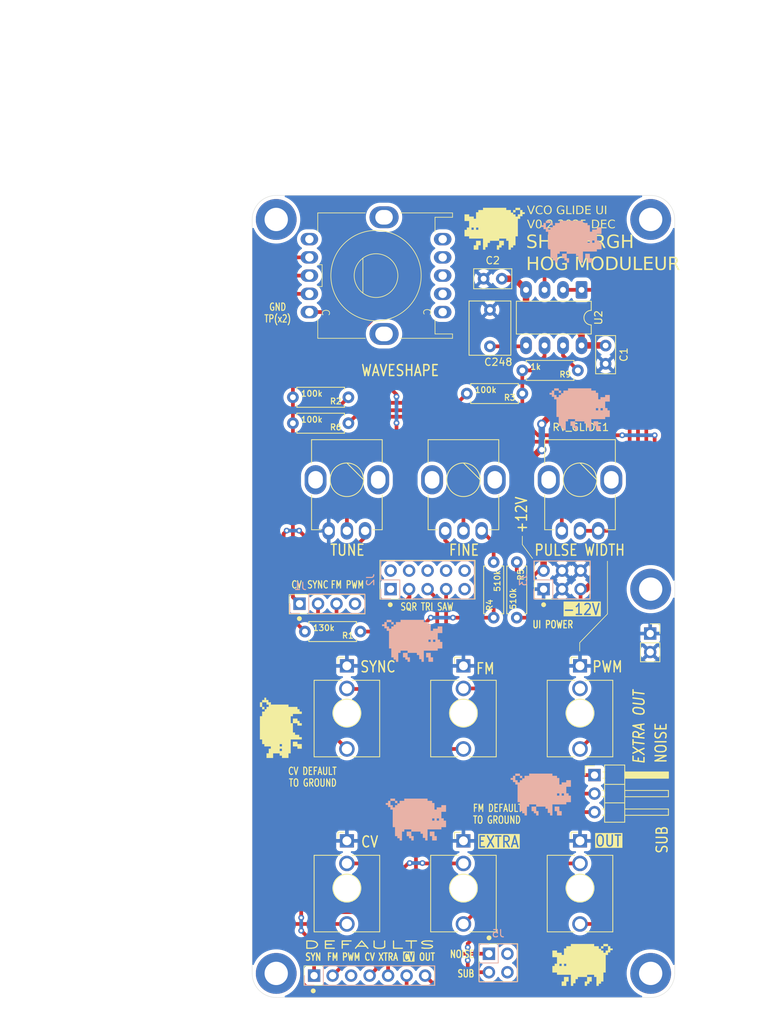
<source format=kicad_pcb>
(kicad_pcb (version 20241229) (generator "pcbnew") (generator_version "9.0")
  (layers (0 "F.Cu" signal) (2 "B.Cu" signal) (13 "F.Paste" user) (15 "B.Paste" user) (5 "F.SilkS" user "F.Silkscreen") (7 "B.SilkS" user "B.Silkscreen") (1 "F.Mask" user) (3 "B.Mask" user) (25 "Edge.Cuts" user))
  (net 0 "")
  (net 1 "HARD_SYNC")
  (net 2 "FM")
  (net 3 "CV")
  (net 4 "SQR_SHAPE")
  (net 7 "TRI")
  (net 9 "SAW")
  (net 11 "SQR")
  (net 12 "+12V")
  (net 13 "GND")
  (net 14 "-12V")
  (net 15 "NOISE")
  (net 16 "SUB")
  (net 17 "Net-(JP1-C)")
  (net 18 "CV_INPUT")
  (net 19 "EXTRA_DEFAULT")
  (net 20 "OUT_DEFAULT")
  (net 21 "Net-(J_OUT1-PadT)")
  (net 22 "Net-(R1-Pad2)")
  (net 23 "Net-(R2-Pad1)")
  (net 24 "Net-(R4-Pad2)")
  (net 25 "Net-(R5-Pad1)")
  (net 26 "Net-(R6-Pad1)")
  (net 33 "FM_DEFAULT")
  (net 34 "SYNC_DEFAULT")
  (net 35 "PWM_DEFAULT")
  (net 36 "CV_DEFAULT")
  (net 42 "Net-(U2B-+)")
  (net 43 "Net-(U2B--)")
  (net 45 "Net-(R9-Pad1)")
  (net 46 "Net-(U2A--)")
  (footprint "Shmoergh_Custom_Footprints:SR1712-0203" (layer "F.Cu") (at 141 55 -90)
    (property "Reference" "U1")
    (property "Value" "0203")
  )
  (footprint "Shmoergh_Custom_Footprints:Jack_3.5mm_QingPu_WQP-PJ398SM_Vertical_CircularHoles" (layer "F.Cu") (at 153 115)
    (property "Reference" "J_FM1")
    (property "Value" "PJ398SM")
  )
  (footprint "Connector_PinSocket_2.54mm:PinSocket_1x02_P2.54mm_Vertical" (layer "F.Cu") (at 178.635 104.091)
    (property "Reference" "J4")
    (property "Value" "Conn_01x02")
  )
  (footprint "Capacitor_THT:C_Rect_L7.2mm_W5.5mm_P5.00mm_FKS2_FKP2_MKS2_MKP2" (layer "F.Cu") (at 156.639 64.701 90)
    (property "Reference" "C248")
    (property "Value" "1u (foil or electrolite)")
  )
  (footprint "Package_DIP:DIP-8_W7.62mm_LongPads" (layer "F.Cu") (at 169.212 56.954 -90)
    (property "Reference" "U2")
    (property "Value" "TL072")
  )
  (footprint "Shmoergh_Custom_Footprints:Jack_3.5mm_QingPu_WQP-PJ398SM_Vertical_CircularHoles" (layer "F.Cu") (at 153 139)
    (property "Reference" "J_EXTRA_OUT1")
    (property "Value" "PJ398SM")
  )
  (footprint "MountingHole:MountingHole_3.2mm_M3_DIN965_Pad" (layer "F.Cu") (at 178.7 47.3)
    (property "Reference" "H2")
    (property "Value" "MountingHole")
  )
  (footprint "Shmoergh_Custom_Footprints:Jack_3.5mm_QingPu_WQP-PJ398SM_Vertical_CircularHoles" (layer "F.Cu") (at 137 139)
    (property "Reference" "J_CV1")
    (property "Value" "PJ398SM")
  )
  (footprint "MountingHole:MountingHole_3.2mm_M3_DIN965_Pad" (layer "F.Cu") (at 178.7 150.7)
    (property "Reference" "H3")
    (property "Value" "MountingHole")
  )
  (footprint "Capacitor_THT:C_Disc_D5.0mm_W2.5mm_P2.50mm" (layer "F.Cu") (at 155.77 55.43)
    (property "Reference" "C2")
    (property "Value" "100n")
  )
  (footprint "Shmoergh_Custom_Footprints:R_Axial_DIN0207_L6.3mm_D2.5mm_P7.62mm_Horizontal" (layer "F.Cu") (at 137.208 71.686 180)
    (property "Reference" "R2")
    (property "Value" "100k")
  )
  (footprint "Shmoergh_Logo:Gyeszno" (layer "F.Cu") (at 169.339 149.537)
    (property "Reference" "G***" (hide yes))
    (property "Value" "LOGO" (hide yes))
  )
  (footprint "Shmoergh_Custom_Footprints:Jack_3.5mm_QingPu_WQP-PJ398SM_Vertical_CircularHoles" (layer "F.Cu") (at 169 139)
    (property "Reference" "J_OUT1")
    (property "Value" "PJ398SM")
  )
  (footprint "MountingHole:MountingHole_3.2mm_M3_DIN965_Pad" (layer "F.Cu") (at 127.3 47.3)
    (property "Reference" "H1")
    (property "Value" "MountingHole")
  )
  (footprint "Shmoergh_Custom_Footprints:Potentiometer_Bourns_Single-PTV09A" (layer "F.Cu") (at 169 83)
    (property "Reference" "RV_GLIDE1")
    (property "Value" "100k")
  )
  (footprint "MountingHole:MountingHole_3.2mm_M3_DIN965_Pad" (layer "F.Cu") (at 127.3 150.7)
    (property "Reference" "H4")
    (property "Value" "MountingHole")
  )
  (footprint "Shmoergh_Custom_Footprints:R_Axial_DIN0207_L6.3mm_D2.5mm_P7.62mm_Horizontal" (layer "F.Cu") (at 160.322 94.292 -90)
    (property "Reference" "R5")
    (property "Value" "510k")
  )
  (footprint "Shmoergh_Logo:Gyeszno" (layer "F.Cu") (at 157.274 48.572)
    (property "Reference" "G***" (hide yes))
    (property "Value" "LOGO" (hide yes))
  )
  (footprint "Capacitor_THT:C_Disc_D5.0mm_W2.5mm_P2.50mm" (layer "F.Cu") (at 172.514 64.594 -90)
    (property "Reference" "C1")
    (property "Value" "100n")
  )
  (footprint "Shmoergh_Custom_Footprints:R_Axial_DIN0207_L6.3mm_D2.5mm_P7.62mm_Horizontal" (layer "F.Cu") (at 137.208 75.242 180)
    (property "Reference" "R6")
    (property "Value" "100k")
  )
  (footprint "Shmoergh_Custom_Footprints:Potentiometer_Bourns_Single-PTV09A" (layer "F.Cu") (at 137 83)
    (property "Reference" "RV_TUNE1")
    (property "Value" "100k")
  )
  (footprint "Shmoergh_Custom_Footprints:R_Axial_DIN0207_L6.3mm_D2.5mm_P7.62mm_Horizontal" (layer "F.Cu") (at 161.084 71.178 180)
    (property "Reference" "R3")
    (property "Value" "100k")
  )
  (footprint "Shmoergh_Custom_Footprints:Jack_3.5mm_QingPu_WQP-PJ398SM_Vertical_CircularHoles" (layer "F.Cu") (at 169 115)
    (property "Reference" "J_GLIDED_PITCH_OUT1")
    (property "Value" "PJ398SM")
  )
  (footprint "Shmoergh_Custom_Footprints:Potentiometer_Bourns_Single-PTV09A" (layer "F.Cu") (at 153 83)
    (property "Reference" "RV_FINE1")
    (property "Value" "100k")
  )
  (footprint "Shmoergh_Custom_Footprints:R_Axial_DIN0207_L6.3mm_D2.5mm_P7.62mm_Horizontal" (layer "F.Cu") (at 138.859 103.817 180)
    (property "Reference" "R1")
    (property "Value" "130k")
  )
  (footprint "Shmoergh_Custom_Footprints:R_Axial_DIN0207_L6.3mm_D2.5mm_P7.62mm_Horizontal" (layer "F.Cu") (at 168.704 68.003 180)
    (property "Reference" "R9")
    (property "Value" "1k")
  )
  (footprint "MountingHole:MountingHole_3.2mm_M3_DIN965_Pad" (layer "F.Cu") (at 178.7 98)
    (property "Reference" "H5")
    (property "Value" "MountingHole")
  )
  (footprint "Shmoergh_Custom_Footprints:R_Axial_DIN0207_L6.3mm_D2.5mm_P7.62mm_Horizontal" (layer "F.Cu") (at 157.147 101.912 90)
    (property "Reference" "R4")
    (property "Value" "510k")
  )
  (footprint "Shmoergh_Custom_Footprints:Jack_3.5mm_QingPu_WQP-PJ398SM_Vertical_CircularHoles" (layer "F.Cu") (at 137 115)
    (property "Reference" "J_SYNC1")
    (property "Value" "PJ398SM")
  )
  (footprint "Shmoergh_Logo:Gyeszno" (layer "F.Cu") (at 127.937 117.025 90)
    (property "Reference" "G***" (hide yes))
    (property "Value" "LOGO" (hide yes))
  )
  (footprint "Connector_PinHeader_2.54mm:PinHeader_1x03_P2.54mm_Horizontal" (layer "F.Cu") (at 170.99 123.502)
    (property "Reference" "JP1")
    (property "Value" "Jumper_3_Open")
  )
  (footprint "Shmoergh_Logo:Gyeszno" (layer "B.Cu") (at 146.479 129.598 180)
    (property "Reference" "G***" (hide yes))
    (property "Value" "LOGO" (hide yes))
  )
  (footprint "Connector_PinSocket_2.54mm:PinSocket_1x04_P2.54mm_Vertical" (layer "B.Cu") (at 130.5 100 -90)
    (property "Reference" "J1")
    (property "Value" "Conn_01x04")
  )
  (footprint "Connector_PinSocket_2.54mm:PinSocket_2x03_P2.54mm_Vertical" (layer "B.Cu") (at 164 98 -90)
    (property "Reference" "J3")
    (property "Value" "Conn_02x03_Odd_Even")
  )
  (footprint "Connector_PinSocket_2.54mm:PinSocket_1x07_P2.54mm_Vertical" (layer "B.Cu") (at 132.5 151 -90)
    (property "Reference" "J6")
    (property "Value" "Conn_01x07")
  )
  (footprint "Shmoergh_Logo:Gyeszno" (layer "B.Cu") (at 163.624 126.169 180)
    (property "Reference" "G***" (hide yes))
    (property "Value" "LOGO" (hide yes))
  )
  (footprint "Shmoergh_Logo:Gyeszno" (layer "B.Cu") (at 168.958 73.337 180)
    (property "Reference" "G***" (hide yes))
    (property "Value" "LOGO" (hide yes))
  )
  (footprint "Connector_PinSocket_2.54mm:PinSocket_2x02_P2.54mm_Vertical" (layer "B.Cu") (at 156.5 148 180)
    (property "Reference" "J5")
    (property "Value" "Conn_02x02_Counter_Clockwise")
  )
  (footprint "Shmoergh_Logo:Gyeszno" (layer "B.Cu") (at 167.815 50.35 180)
    (property "Reference" "G***" (hide yes))
    (property "Value" "LOGO" (hide yes))
  )
  (footprint "Connector_PinSocket_2.54mm:PinSocket_2x05_P2.54mm_Vertical" (layer "B.Cu") (at 143 98 -90)
    (property "Reference" "J2")
    (property "Value" "Conn_02x05_Odd_Even")
  )
  (footprint "Shmoergh_Logo:Gyeszno" (layer "B.Cu") (at 145.971 105.087 180)
    (property "Reference" "G***" (hide yes))
    (property "Value" "LOGO" (hide yes))
  )
  (gr_rect (start 131.112 149.664) (end 149.019 152.331) (stroke (width 0.1)) (fill no) (layer "F.SilkS"))
  (gr_circle (center 142.952981 100.134) (end 143.206981 100.261) (stroke (width 0.1)) (fill yes) (layer "F.SilkS"))
  (gr_line (start 172.768 94.165) (end 172.768 101.404) (stroke (width 0.1)) (layer "F.SilkS"))
  (gr_line (start 172.768 101.404) (end 168.958 105.341) (stroke (width 0.1)) (layer "F.SilkS"))
  (gr_rect (start 162.735 94.165) (end 170.355 99.372) (stroke (width 0.1)) (fill no) (layer "F.SilkS"))
  (gr_line (start 161.084 90.736) (end 161.084 91.879) (stroke (width 0.1)) (layer "F.SilkS"))
  (gr_rect (start 129.08 98.737) (end 139.494 101.404) (stroke (width 0.1)) (fill no) (layer "F.SilkS"))
  (gr_line (start 161.084 91.879) (end 162.481 93.784) (stroke (width 0.1)) (layer "F.SilkS"))
  (gr_rect (start 141.526 94.038) (end 154.607 99.372) (stroke (width 0.1)) (fill no) (layer "F.SilkS"))
  (gr_circle (center 132.382 153.093) (end 132.636 153.22) (stroke (width 0.1)) (fill yes) (layer "F.SilkS"))
  (gr_line (start 168.958 105.341) (end 168.958 106.484) (stroke (width 0.1)) (layer "F.SilkS"))
  (gr_circle (center 164.005 100.134) (end 164.259 100.261) (stroke (width 0.1)) (fill yes) (layer "F.SilkS"))
  (gr_rect (start 155.115 146.616) (end 160.449 151.823) (stroke (width 0.1)) (fill no) (layer "F.SilkS"))
  (gr_circle (center 156.512 145.824019) (end 156.766 145.951019) (stroke (width 0.1)) (fill yes) (layer "F.SilkS"))
  (gr_circle (center 130.477 102.039) (end 130.731 102.166) (stroke (width 0.1)) (fill yes) (layer "F.SilkS"))
  (gr_line (start 178.7 154) (end 127.3 154) (stroke (width 0.05)) (layer "Edge.Cuts"))
  (gr_arc (start 182 150.7) (mid 181.033452 153.033452) (end 178.7 154) (stroke (width 0.05)) (layer "Edge.Cuts"))
  (gr_line (start 182 47.3) (end 182 150.7) (stroke (width 0.05)) (layer "Edge.Cuts"))
  (gr_line (start 127.3 44) (end 178.7 44) (stroke (width 0.05)) (layer "Edge.Cuts"))
  (gr_line (start 124 150.7) (end 124 47.3) (stroke (width 0.05)) (layer "Edge.Cuts"))
  (gr_arc (start 124 47.3) (mid 124.966548 44.966548) (end 127.3 44) (stroke (width 0.05)) (layer "Edge.Cuts"))
  (gr_arc (start 127.3 154) (mid 124.966548 153.033452) (end 124 150.7) (stroke (width 0.05)) (layer "Edge.Cuts"))
  (gr_arc (start 178.7 44) (mid 181.033452 44.966548) (end 182 47.3) (stroke (width 0.05)) (layer "Edge.Cuts"))
  (gr_text "SHMØERGH \nHOG MODULEUR" (at 161.592 54.541 0) (layer "F.SilkS") (effects (font (size 1.8 1.8) (thickness 0.1)) (justify left bottom)))
  (gr_text "PWM" (at 138.097 97.975 0) (layer "F.SilkS") (effects (font (size 1 0.75) (thickness 0.15) (bold yes)) (justify bottom)))
  (gr_text "PWM" (at 172.768 109.532 0) (layer "F.SilkS") (effects (font (size 1.5 1.25) (thickness 0.2) (bold yes)) (justify bottom)))
  (gr_text "CV" (at 140.129 133.535 0) (layer "F.SilkS") (effects (font (size 1.5 1.25) (thickness 0.2) (bold yes)) (justify bottom)))
  (gr_text "DEFAULTS" (at 140.0655 147.378 0) (layer "F.SilkS") (effects (font (size 1 2.55) (thickness 0.17) (bold yes)) (justify bottom)))
  (gr_text "SUB" (at 153.337 151.315 0) (layer "F.SilkS") (effects (font (size 1 0.75) (thickness 0.17) (bold yes)) (justify bottom)))
  (gr_text "FM" (at 156.004 109.786 0) (layer "F.SilkS") (effects (font (size 1.5 1.25) (thickness 0.2) (bold yes)) (justify bottom)))
  (gr_text "PWM" (at 137.589 149.029 0) (layer "F.SilkS") (effects (font (size 1 0.75) (thickness 0.17) (bold yes)) (justify bottom)))
  (gr_text "CV" (at 140.129 149.029 0) (layer "F.SilkS") (effects (font (size 1 0.75) (thickness 0.17) (bold yes)) (justify bottom)))
  (gr_text "CV DEFAULT\nTO GROUND" (at 135.684 125.153 0) (layer "F.SilkS") (effects (font (size 1 0.75) (thickness 0.15) (bold yes)) (justify right bottom)))
  (gr_text "FINE" (at 153.083 93.53 0) (layer "F.SilkS") (effects (font (size 1.5 1.25) (thickness 0.2) (bold yes)) (justify bottom)))
  (gr_text "OUT" (at 148.003 149.029 0) (layer "F.SilkS") (effects (font (size 1 0.75) (thickness 0.17) (bold yes)) (justify bottom)))
  (gr_text "SUB" (at 181.14 130.36 90) (layer "F.SilkS") (effects (font (size 1.5 1.25) (thickness 0.2) (bold yes)) (justify right bottom)))
  (gr_text "PULSE WIDTH" (at 168.958 93.53 0) (layer "F.SilkS") (effects (font (size 1.5 1.25) (thickness 0.2) (bold yes)) (justify bottom)))
  (gr_text "FM" (at 135.049 149.029 0) (layer "F.SilkS") (effects (font (size 1 0.75) (thickness 0.17) (bold yes)) (justify bottom)))
  (gr_text "SQR" (at 145.5 101 0) (layer "F.SilkS") (effects (font (size 1 0.75) (thickness 0.15) (bold yes)) (justify bottom)))
  (gr_text "XTRA" (at 142.669 149.029 0) (layer "F.SilkS") (effects (font (size 1 0.75) (thickness 0.17) (bold yes)) (justify bottom)))
  (gr_text "NOISE" (at 181 121.978 90) (layer "F.SilkS") (effects (font (size 1.5 1.25) (thickness 0.2) (bold yes)) (justify left bottom)))
  (gr_text "UI POWER" (at 165.275 103.436 0) (layer "F.SilkS") (effects (font (size 1 0.75) (thickness 0.17) (bold yes)) (justify bottom)))
  (gr_text "TUNE" (at 137.081 93.53 0) (layer "F.SilkS") (effects (font (size 1.5 1.25) (thickness 0.2) (bold yes)) (justify bottom)))
  (gr_text "EXTRA OUT" (at 177.975 122.105 90) (layer "F.SilkS") (effects (font (size 1.5 1.25) (thickness 0.2) (bold yes) (italic yes)) (justify left bottom)))
  (gr_text "+12V" (at 161.846 87.815 90) (layer "F.SilkS") (effects (font (size 1.5 1.25) (thickness 0.2) (bold yes)) (justify bottom)))
  (gr_text "WAVESHAPE" (at 144.32 68.892 0) (layer "F.SilkS") (effects (font (size 1.5 1.25) (thickness 0.2) (bold yes)) (justify bottom)))
  (gr_text "OUT" (at 172.895 133.408 0) (layer "F.SilkS" knockout) (effects (font (size 1.5 1.25) (thickness 0.2) (bold yes)) (justify bottom)))
  (gr_text "SAW" (at 150.5 101 0) (layer "F.SilkS") (effects (font (size 1 0.75) (thickness 0.15) (bold yes)) (justify bottom)))
  (gr_text "EXTRA" (at 157.782 133.535 0) (layer "F.SilkS" knockout) (effects (font (size 1.5 1.25) (thickness 0.2) (bold yes)) (justify bottom)))
  (gr_text "SYNC" (at 141.272 109.532 0) (layer "F.SilkS") (effects (font (size 1.5 1.25) (thickness 0.2) (bold yes)) (justify bottom)))
  (gr_text "SYN" (at 132.382 149.029 0) (layer "F.SilkS") (effects (font (size 1 0.75) (thickness 0.17) (bold yes)) (justify bottom)))
  (gr_text "FM" (at 135.557 97.975 0) (layer "F.SilkS") (effects (font (size 1 0.75) (thickness 0.15) (bold yes)) (justify bottom)))
  (gr_text "CV" (at 145.463 149.029 0) (layer "F.SilkS" knockout) (effects (font (size 1 0.75) (thickness 0.17) (bold yes)) (justify bottom)))
  (gr_text "NOISE" (at 152.829 148.648 0) (layer "F.SilkS") (effects (font (size 1 0.75) (thickness 0.17) (bold yes)) (justify bottom)))
  (gr_text "SYNC" (at 133.017 97.975 0) (layer "F.SilkS") (effects (font (size 1 0.75) (thickness 0.15) (bold yes)) (justify bottom)))
  (gr_text "GND\nTP(x2)" (at 127.5 61.5 0) (layer "F.SilkS") (effects (font (size 1 0.75) (thickness 0.15) (bold yes)) (justify bottom)))
  (gr_text "-12V" (at 169.212 101.658 0) (layer "F.SilkS" knockout) (effects (font (size 1.5 1.25) (thickness 0.2) (bold yes)) (justify bottom)))
  (gr_text "FM DEFAULT\nTO GROUND" (at 154.226 130.233 0) (layer "F.SilkS") (effects (font (size 1 0.75) (thickness 0.15) (bold yes)) (justify left bottom)))
  (gr_text "TRI" (at 148 101 0) (layer "F.SilkS") (effects (font (size 1 0.75) (thickness 0.15) (bold yes)) (justify bottom)))
  (gr_text "VCO GLIDE UI \nV0.2 2025 DEC" (at 161.719 48.699 0) (layer "F.SilkS") (effects (font (size 1.15 1.15) (thickness 0.1)) (justify left bottom)))
  (gr_text "CV" (at 130.096 97.975 0) (layer "F.SilkS") (effects (font (size 1 0.75) (thickness 0.15) (bold yes)) (justify bottom)))
  (segment (start 133.04 115.96) (end 133.04 100) (width 0.508) (layer "F.Cu") (net 1))
  (segment (start 137 119.92) (end 133.04 115.96) (width 0.508) (layer "F.Cu") (net 1))
  (segment (start 148.358 119.92) (end 153 119.92) (width 0.508) (layer "F.Cu") (net 2))
  (segment (start 135.557 105.595) (end 136.192 106.23) (width 0.508) (layer "F.Cu") (net 2))
  (segment (start 146.606 107.881) (end 146.606 118.168) (width 0.508) (layer "F.Cu") (net 2))
  (segment (start 136.192 106.23) (end 144.955 106.23) (width 0.508) (layer "F.Cu") (net 2))
  (segment (start 135.557 104.117) (end 135.557 105.595) (width 0.508) (layer "F.Cu") (net 2))
  (segment (start 146.606 118.168) (end 148.358 119.92) (width 0.508) (layer "F.Cu") (net 2))
  (segment (start 135.58 104.094) (end 135.557 104.117) (width 0.508) (layer "F.Cu") (net 2))
  (segment (start 135.58 100) (end 135.58 104.094) (width 0.508) (layer "F.Cu") (net 2))
  (segment (start 144.955 106.23) (end 146.606 107.881) (width 0.508) (layer "F.Cu") (net 2))
  (segment (start 137.97 69.654) (end 141.78 73.464) (width 0.508) (layer "F.Cu") (net 3))
  (segment (start 151.178 73.464) (end 153.464 71.178) (width 0.508) (layer "F.Cu") (net 3))
  (segment (start 129.588 71.686) (end 129.588 75.242) (width 0.508) (layer "F.Cu") (net 3))
  (segment (start 129.588 71.686) (end 129.588 70.162) (width 0.508) (layer "F.Cu") (net 3))
  (segment (start 129.588 99.088) (end 129.588 75.242) (width 0.508) (layer "F.Cu") (net 3))
  (segment (start 129.588 70.162) (end 130.096 69.654) (width 0.508) (layer "F.Cu") (net 3))
  (segment (start 130.5 100) (end 129.588 99.088) (width 0.508) (layer "F.Cu") (net 3))
  (segment (start 141.78 73.464) (end 151.178 73.464) (width 0.508) (layer "F.Cu") (net 3))
  (segment (start 130.096 69.654) (end 137.97 69.654) (width 0.508) (layer "F.Cu") (net 3))
  (segment (start 146.225 53.144) (end 146.225 48.318) (width 0.508) (layer "F.Cu") (net 7))
  (segment (start 170.736 46.413) (end 178.102 53.779) (width 0.508) (layer "F.Cu") (net 7))
  (segment (start 136.446 62.923) (end 146.225 53.144) (width 0.508) (layer "F.Cu") (net 7))
  (segment (start 173.022 94.292) (end 173.022 101.404) (width 0.508) (layer "F.Cu") (net 7))
  (segment (start 131.85 57.5) (end 128.534 57.5) (width 0.508) (layer "F.Cu") (net 7))
  (segment (start 146.225 48.318) (end 148.13 46.413) (width 0.508) (layer "F.Cu") (net 7))
  (segment (start 148.13 46.413) (end 170.736 46.413) (width 0.508) (layer "F.Cu") (net 7))
  (segment (start 127.937 62.034) (end 128.826 62.923) (width 0.508) (layer "F.Cu") (net 7))
  (segment (start 151.559 105.976) (end 149.4 103.817) (width 0.508) (layer "F.Cu") (net 7))
  (segment (start 149.4 103.817) (end 149.4 99.36) (width 0.508) (layer "F.Cu") (net 7))
  (segment (start 173.022 101.404) (end 168.45 105.976) (width 0.508) (layer "F.Cu") (net 7))
  (segment (start 127.937 58.097) (end 127.937 62.034) (width 0.508) (layer "F.Cu") (net 7))
  (segment (start 128.826 62.923) (end 136.446 62.923) (width 0.508) (layer "F.Cu") (net 7))
  (segment (start 178.102 53.779) (end 178.102 89.212) (width 0.508) (layer "F.Cu") (net 7))
  (segment (start 128.534 57.5) (end 127.937 58.097) (width 0.508) (layer "F.Cu") (net 7))
  (segment (start 178.102 89.212) (end 173.022 94.292) (width 0.508) (layer "F.Cu") (net 7))
  (segment (start 149.4 99.36) (end 148.08 98.04) (width 0.508) (layer "F.Cu") (net 7))
  (segment (start 168.45 105.976) (end 151.559 105.976) (width 0.508) (layer "F.Cu") (net 7))
  (segment (start 126.286 56.192) (end 126.286 63.304) (width 0.508) (layer "F.Cu") (net 9))
  (segment (start 131.85 55) (end 127.478 55) (width 0.508) (layer "F.Cu") (net 9))
  (segment (start 176.959 54.414) (end 176.959 88.831) (width 0.508) (layer "F.Cu") (net 9))
  (segment (start 127.478 55) (end 126.286 56.192) (width 0.508) (layer "F.Cu") (net 9))
  (segment (start 152.194 104.96) (end 150.62 103.386) (width 0.508) (layer "F.Cu") (net 9))
  (segment (start 172.133 93.657) (end 172.133 100.642) (width 0.508) (layer "F.Cu") (net 9))
  (segment (start 127.429 64.447) (end 137.081 64.447) (width 0.508) (layer "F.Cu") (net 9))
  (segment (start 150.62 103.386) (end 150.62 98.04) (width 0.508) (layer "F.Cu") (net 9))
  (segment (start 170.355 47.81) (end 176.959 54.414) (width 0.508) (layer "F.Cu") (net 9))
  (segment (start 126.286 63.304) (end 127.429 64.447) (width 0.508) (layer "F.Cu") (net 9))
  (segment (start 147.495 54.033) (end 147.495 48.953) (width 0.508) (layer "F.Cu") (net 9))
  (segment (start 172.133 100.642) (end 167.815 104.96) (width 0.508) (layer "F.Cu") (net 9))
  (segment (start 148.638 47.81) (end 170.355 47.81) (width 0.508) (layer "F.Cu") (net 9))
  (segment (start 137.081 64.447) (end 147.495 54.033) (width 0.508) (layer "F.Cu") (net 9))
  (segment (start 147.495 48.953) (end 148.638 47.81) (width 0.508) (layer "F.Cu") (net 9))
  (segment (start 176.959 88.831) (end 172.133 93.657) (width 0.508) (layer "F.Cu") (net 9))
  (segment (start 167.815 104.96) (end 152.194 104.96) (width 0.508) (layer "F.Cu") (net 9))
  (segment (start 143.812 75.207) (end 143.812 91.117) (width 0.508) (layer "F.Cu") (net 11))
  (segment (start 126.286 65.971) (end 125.016 64.701) (width 0.508) (layer "F.Cu") (net 11))
  (segment (start 140.891 93.022) (end 141.907 93.022) (width 0.508) (layer "F.Cu") (net 11))
  (segment (start 141.399 100.261) (end 140.256 99.118) (width 0.508) (layer "F.Cu") (net 11))
  (segment (start 145.59 98.09) (end 145.59 99.118) (width 0.508) (layer "F.Cu") (net 11))
  (segment (start 141.907 93.022) (end 143.812 91.117) (width 0.508) (layer "F.Cu") (net 11))
  (segment (start 126.422 52.5) (end 131.85 52.5) (width 0.508) (layer "F.Cu") (net 11))
  (segment (start 145.54 98.04) (end 145.59 98.09) (width 0.508) (layer "F.Cu") (net 11))
  (segment (start 125.016 53.906) (end 126.422 52.5) (width 0.508) (layer "F.Cu") (net 11))
  (segment (start 138.478 65.971) (end 126.286 65.971) (width 0.508) (layer "F.Cu") (net 11))
  (segment (start 125.016 64.701) (end 125.016 53.906) (width 0.508) (layer "F.Cu") (net 11))
  (segment (start 144.447 100.261) (end 141.399 100.261) (width 0.508) (layer "F.Cu") (net 11))
  (segment (start 140.256 99.118) (end 140.256 93.657) (width 0.508) (layer "F.Cu") (net 11))
  (segment (start 140.256 93.657) (end 140.891 93.022) (width 0.508) (layer "F.Cu") (net 11))
  (segment (start 143.812 71.305) (end 138.478 65.971) (width 0.508) (layer "F.Cu") (net 11))
  (segment (start 145.59 99.118) (end 144.447 100.261) (width 0.508) (layer "F.Cu") (net 11))
  (segment (start 143.812 71.594) (end 143.812 71.305) (width 0.508) (layer "F.Cu") (net 11))
  (via (at 143.812 75.207) (size 0.8) (drill 0.4) (layers "F.Cu" "B.Cu") (net 11))
  (via (at 143.812 71.594) (size 0.8) (drill 0.4) (layers "F.Cu" "B.Cu") (net 11))
  (segment (start 143.812 71.594) (end 143.812 75.207) (width 0.508) (layer "B.Cu") (net 11))
  (segment (start 154.099 63.304) (end 155.75 61.653) (width 0.889) (layer "F.Cu") (net 12))
  (segment (start 167.815 61.653) (end 169.212 63.05) (width 0.889) (layer "F.Cu") (net 12))
  (segment (start 158.163 99.118) (end 157.147 100.134) (width 0.508) (layer "F.Cu") (net 12))
  (segment (start 172.494 64.574) (end 172.514 64.594) (width 0.889) (layer "F.Cu") (net 12))
  (segment (start 156.893 77.528) (end 156.893 71.178) (width 0.889) (layer "F.Cu") (net 12))
  (segment (start 146.606 103.817) (end 138.859 103.817) (width 0.508) (layer "F.Cu") (net 12))
  (segment (start 154.099 68.384) (end 154.099 63.304) (width 0.889) (layer "F.Cu") (net 12))
  (segment (start 160.449 89.72) (end 160.449 81.084) (width 0.889) (layer "F.Cu") (net 12))
  (segment (start 164 95.46) (end 163.345 95.46) (width 0.508) (layer "F.Cu") (net 12))
  (segment (start 157.147 100.134) (end 157.147 101.912) (width 0.508) (layer "F.Cu") (net 12))
  (segment (start 163.345 95.46) (end 159.687 99.118) (width 0.508) (layer "F.Cu") (net 12))
  (segment (start 159.687 99.118) (end 158.163 99.118) (width 0.508) (layer "F.Cu") (net 12))
  (segment (start 164 95.46) (end 164 93.271) (width 0.889) (layer "F.Cu") (net 12))
  (segment (start 155.75 61.653) (end 167.815 61.653) (width 0.889) (layer "F.Cu") (net 12))
  (segment (start 156.893 71.178) (end 154.099 68.384) (width 0.889) (layer "F.Cu") (net 12))
  (segment (start 169.212 64.574) (end 172.494 64.574) (width 0.889) (layer "F.Cu") (net 12))
  (segment (start 164 93.271) (end 160.449 89.72) (width 0.889) (layer "F.Cu") (net 12))
  (segment (start 160.449 81.084) (end 156.893 77.528) (width 0.889) (layer "F.Cu") (net 12))
  (segment (start 151.559 101.912) (end 157.147 101.912) (width 0.508) (layer "F.Cu") (net 12))
  (segment (start 169.232 64.594) (end 169.212 64.574) (width 0.508) (layer "F.Cu") (net 12))
  (segment (start 169.212 63.05) (end 169.212 64.574) (width 0.889) (layer "F.Cu") (net 12))
  (segment (start 148.511 101.912) (end 146.606 103.817) (width 0.508) (layer "F.Cu") (net 12))
  (via (at 151.559 101.912) (size 0.8) (drill 0.4) (layers "F.Cu" "B.Cu") (net 12))
  (via (at 148.511 101.912) (size 0.8) (drill 0.4) (layers "F.Cu" "B.Cu") (net 12))
  (segment (start 148.511 101.912) (end 151.559 101.912) (width 0.508) (layer "B.Cu") (net 12))
  (segment (start 162.354 59.748) (end 161.592 58.986) (width 0.889) (layer "F.Cu") (net 14))
  (segment (start 160.322 101.912) (end 167.307 101.912) (width 0.508) (layer "F.Cu") (net 14))
  (segment (start 163.551 78.871) (end 163.751 78.871) (width 0.889) (layer "F.Cu") (net 14))
  (segment (start 167.307 101.912) (end 169.08 100.139) (width 0.508) (layer "F.Cu") (net 14))
  (segment (start 169.822 98) (end 170.863 96.959) (width 0.889) (layer "F.Cu") (net 14))
  (segment (start 160.068 55.43) (end 158.27 55.43) (width 0.889) (layer "F.Cu") (net 14))
  (segment (start 161.973 89.212) (end 161.973 81.338) (width 0.889) (layer "F.Cu") (net 14))
  (segment (start 161.973 80.449) (end 163.551 78.871) (width 0.889) (layer "F.Cu") (net 14))
  (segment (start 169.08 98) (end 169.822 98) (width 0.889) (layer "F.Cu") (net 14))
  (segment (start 161.592 58.986) (end 161.592 56.954) (width 0.889) (layer "F.Cu") (net 14))
  (segment (start 174.546 62.288) (end 172.006 59.748) (width 0.889) (layer "F.Cu") (net 14))
  (segment (start 166.164 72.956) (end 171.244 72.956) (width 0.889) (layer "F.Cu") (net 14))
  (segment (start 170.863 96.959) (end 170.863 94.292) (width 0.889) (layer "F.Cu") (net 14))
  (segment (start 169.08 100.139) (end 169.08 98) (width 0.508) (layer "F.Cu") (net 14))
  (segment (start 170.736 94.165) (end 169.339 92.768) (width 0.889) (layer "F.Cu") (net 14))
  (segment (start 171.244 72.956) (end 174.546 69.654) (width 0.889) (layer "F.Cu") (net 14))
  (segment (start 163.751 75.369) (end 166.164 72.956) (width 0.889) (layer "F.Cu") (net 14))
  (segment (start 172.006 59.748) (end 162.354 59.748) (width 0.889) (layer "F.Cu") (net 14))
  (segment (start 174.546 69.654) (end 174.546 62.288) (width 0.889) (layer "F.Cu") (net 14))
  (segment (start 169.339 92.768) (end 165.529 92.768) (width 0.889) (layer "F.Cu") (net 14))
  (segment (start 161.973 81.338) (end 161.973 80.449) (width 0.889) (layer "F.Cu") (net 14))
  (segment (start 161.592 56.954) (end 160.068 55.43) (width 0.889) (layer "F.Cu") (net 14))
  (segment (start 170.863 94.292) (end 170.736 94.165) (width 0.889) (layer "F.Cu") (net 14))
  (segment (start 165.529 92.768) (end 161.973 89.212) (width 0.889) (layer "F.Cu") (net 14))
  (via (at 163.751 78.871) (size 1.27) (drill 0.75) (layers "F.Cu" "B.Cu") (net 14))
  (via (at 163.751 75.369) (size 1.27) (drill 0.75) (layers "F.Cu" "B.Cu") (net 14))
  (segment (start 163.751 78.871) (end 163.751 75.369) (width 0.889) (layer "B.Cu") (net 14))
  (segment (start 148.257 129.471) (end 146.479 131.249) (width 0.508) (layer "F.Cu") (net 15))
  (segment (start 162.862 123.502) (end 156.893 129.471) (width 0.508) (layer "F.Cu") (net 15))
  (segment (start 156.893 129.471) (end 148.257 129.471) (width 0.508) (layer "F.Cu") (net 15))
  (segment (start 146.479 146.108) (end 148.384 148.013) (width 0.508) (layer "F.Cu") (net 15))
  (segment (start 170.99 123.502) (end 162.862 123.502) (width 0.508) (layer "F.Cu") (net 15))
  (segment (start 150.67 148.013) (end 150.683 148) (width 0.508) (layer "F.Cu") (net 15))
  (segment (start 146.479 131.249) (end 146.479 146.108) (width 0.508) (layer "F.Cu") (net 15))
  (segment (start 148.384 148.013) (end 150.67 148.013) (width 0.508) (layer "F.Cu") (net 15))
  (segment (start 150.683 148) (end 156.46 148) (width 0.508) (layer "F.Cu") (net 15))
  (segment (start 161.592 131.63) (end 161.592 142.933) (width 0.508) (layer "F.Cu") (net 16))
  (segment (start 160.322 144.203) (end 158.798 145.727) (width 0.508) (layer "F.Cu") (net 16))
  (segment (start 153.591 148.902) (end 153.591 149.918) (width 0.508) (layer "F.Cu") (net 16))
  (segment (start 164.64 128.582) (end 161.592 131.63) (width 0.508) (layer "F.Cu") (net 16))
  (segment (start 153.591 149.918) (end 154.226 150.553) (width 0.508) (layer "F.Cu") (net 16))
  (segment (start 170.99 128.582) (end 164.64 128.582) (width 0.508) (layer "F.Cu") (net 16))
  (segment (start 154.239 150.54) (end 156.5 150.54) (width 0.508) (layer "F.Cu") (net 16))
  (segment (start 154.48 145.727) (end 153.591 146.616) (width 0.508) (layer "F.Cu") (net 16))
  (segment (start 153.591 146.616) (end 153.591 147.124) (width 0.508) (layer "F.Cu") (net 16))
  (segment (start 154.226 150.553) (end 154.239 150.54) (width 0.508) (layer "F.Cu") (net 16))
  (segment (start 161.592 142.933) (end 160.322 144.203) (width 0.508) (layer "F.Cu") (net 16))
  (segment (start 158.798 145.727) (end 154.48 145.727) (width 0.508) (layer "F.Cu") (net 16))
  (via (at 153.591 148.902) (size 0.8) (drill 0.4) (layers "F.Cu" "B.Cu") (net 16))
  (via (at 153.591 147.124) (size 0.8) (drill 0.4) (layers "F.Cu" "B.Cu") (net 16))
  (segment (start 153.591 147.124) (end 153.591 148.902) (width 0.508) (layer "B.Cu") (net 16))
  (segment (start 163.878 126.042) (end 170.99 126.042) (width 0.508) (layer "F.Cu") (net 17))
  (segment (start 158.036 138.884) (end 158.036 131.884) (width 0.508) (layer "F.Cu") (net 17))
  (segment (start 158.036 131.884) (end 163.878 126.042) (width 0.508) (layer "F.Cu") (net 17))
  (segment (start 153 143.92) (end 158.036 138.884) (width 0.508) (layer "F.Cu") (net 17))
  (segment (start 128.191 68.638) (end 138.478 68.638) (width 0.508) (layer "F.Cu") (net 18))
  (segment (start 126.159 70.67) (end 128.191 68.638) (width 0.508) (layer "F.Cu") (net 18))
  (segment (start 138.478 68.638) (end 142.288 72.448) (width 0.508) (layer "F.Cu") (net 18))
  (segment (start 130.858 147.505) (end 128.924 145.571) (width 0.508) (layer "F.Cu") (net 18))
  (segment (start 142.288 72.448) (end 149.4 72.448) (width 0.508) (layer "F.Cu") (net 18))
  (segment (start 162.1 52.382) (end 164.132 54.414) (width 0.508) (layer "F.Cu") (net 18))
  (segment (start 152.829 69.019) (end 152.829 54.033) (width 0.508) (layer "F.Cu") (net 18))
  (segment (start 152.829 54.033) (end 154.48 52.382) (width 0.508) (layer "F.Cu") (net 18))
  (segment (start 126.159 141.155) (end 126.159 70.67) (width 0.508) (layer "F.Cu") (net 18))
  (segment (start 130.858 151.968) (end 130.858 147.505) (width 0.508) (layer "F.Cu") (net 18))
  (segment (start 154.48 52.382) (end 162.1 52.382) (width 0.508) (layer "F.Cu") (net 18))
  (segment (start 144.447 153.093) (end 131.983 153.093) (width 0.508) (layer "F.Cu") (net 18))
  (segment (start 131.983 153.093) (end 130.858 151.968) (width 0.508) (layer "F.Cu") (net 18))
  (segment (start 164.132 54.414) (end 164.132 56.954) (width 0.508) (layer "F.Cu") (net 18))
  (segment (start 145.2 152.34) (end 144.447 153.093) (width 0.508) (layer "F.Cu") (net 18))
  (segment (start 128.924 143.92) (end 137 143.92) (width 0.508) (layer "F.Cu") (net 18))
  (segment (start 128.924 143.92) (end 126.159 141.155) (width 0.508) (layer "F.Cu") (net 18))
  (segment (start 149.4 72.448) (end 152.829 69.019) (width 0.508) (layer "F.Cu") (net 18))
  (segment (start 145.2 151) (end 145.2 152.34) (width 0.508) (layer "F.Cu") (net 18))
  (segment (start 128.924 145.571) (end 128.924 143.92) (width 0.508) (layer "F.Cu") (net 18))
  (segment (start 142.66 138.37) (end 142.66 151) (width 0.508) (layer "F.Cu") (net 19))
  (segment (start 145.463 135.567) (end 142.66 138.37) (width 0.508) (layer "F.Cu") (net 19))
  (segment (start 147.368 135.567) (end 147.421 135.62) (width 0.508) (layer "F.Cu") (net 19))
  (segment (start 145.625 135.567) (end 145.463 135.567) (width 0.508) (layer "F.Cu") (net 19))
  (segment (start 147.421 135.62) (end 153 135.62) (width 0.508) (layer "F.Cu") (net 19))
  (via (at 145.625 135.567) (size 0.8) (drill 0.4) (layers "F.Cu" "B.Cu") (net 19))
  (via (at 147.368 135.567) (size 0.8) (drill 0.4) (layers "F.Cu" "B.Cu") (net 19))
  (segment (start 145.625 135.567) (end 147.368 135.567) (width 0.508) (layer "B.Cu") (net 19))
  (segment (start 147.74 151) (end 148.944 152.204) (width 0.508) (layer "F.Cu") (net 20))
  (segment (start 166.238 135.62) (end 169 135.62) (width 0.508) (layer "F.Cu") (net 20))
  (segment (start 164.259 137.599) (end 166.238 135.62) (width 0.508) (layer "F.Cu") (net 20))
  (segment (start 164.259 151.061) (end 164.259 137.599) (width 0.508) (layer "F.Cu") (net 20))
  (segment (start 148.944 152.204) (end 163.116 152.204) (width 0.508) (layer "F.Cu") (net 20))
  (segment (start 163.116 152.204) (end 164.259 151.061) (width 0.508) (layer "F.Cu") (net 20))
  (segment (start 180.388 54.541) (end 180.388 90.228) (width 0.508) (layer "F.Cu") (net 21))
  (segment (start 144.701 48.445) (end 148.003 45.143) (width 0.508) (layer "F.Cu") (net 21))
  (segment (start 148.003 45.143) (end 170.99 45.143) (width 0.508) (layer "F.Cu") (net 21))
  (segment (start 180.388 90.228) (end 174.927 95.689) (width 0.508) (layer "F.Cu") (net 21))
  (segment (start 137.083 60) (end 144.701 52.382) (width 0.508) (layer "F.Cu") (net 21))
  (segment (start 170.99 45.143) (end 180.388 54.541) (width 0.508) (layer "F.Cu") (net 21))
  (segment (start 131.85 60) (end 137.083 60) (width 0.508) (layer "F.Cu") (net 21))
  (segment (start 144.701 52.382) (end 144.701 48.445) (width 0.508) (layer "F.Cu") (net 21))
  (segment (start 174.927 140.52) (end 171.527 143.92) (width 0.508) (layer "F.Cu") (net 21))
  (segment (start 171.527 143.92) (end 169 143.92) (width 0.508) (layer "F.Cu") (net 21))
  (segment (start 174.927 95.689) (end 174.927 140.52) (width 0.508) (layer "F.Cu") (net 21))
  (segment (start 131.112 92.514) (end 131.874 93.276) (width 0.508) (layer "F.Cu") (net 22))
  (segment (start 139.5 90.857) (end 139.5 90) (width 0.508) (layer "F.Cu") (net 22))
  (segment (start 128.318 100.896) (end 131.239 103.817) (width 0.508) (layer "F.Cu") (net 22))
  (segment (start 128.734 89.974) (end 128.318 90.39) (width 0.508) (layer "F.Cu") (net 22))
  (segment (start 131.874 93.276) (end 137.081 93.276) (width 0.508) (layer "F.Cu") (net 22))
  (segment (start 137.081 93.276) (end 139.5 90.857) (width 0.508) (layer "F.Cu") (net 22))
  (segment (start 131.112 90.644) (end 131.112 92.514) (width 0.508) (layer "F.Cu") (net 22))
  (segment (start 130.442 89.974) (end 131.112 90.644) (width 0.508) (layer "F.Cu") (net 22))
  (segment (start 128.318 90.39) (end 128.318 100.896) (width 0.508) (layer "F.Cu") (net 22))
  (via (at 130.442 89.974) (size 0.8) (drill 0.4) (layers "F.Cu" "B.Cu") (net 22))
  (via (at 128.734 89.974) (size 0.8) (drill 0.4) (layers "F.Cu" "B.Cu") (net 22))
  (segment (start 128.734 89.974) (end 130.442 89.974) (width 0.508) (layer "B.Cu") (net 22))
  (segment (start 137.208 71.686) (end 135.176 73.718) (width 0.508) (layer "F.Cu") (net 23))
  (segment (start 135.176 79.306) (end 137 81.13) (width 0.508) (layer "F.Cu") (net 23))
  (segment (start 137 81.13) (end 137 90) (width 0.508) (layer "F.Cu") (net 23))
  (segment (start 137 90) (end 136.954 89.954) (width 0.508) (layer "F.Cu") (net 23))
  (segment (start 135.176 73.718) (end 135.176 79.306) (width 0.508) (layer "F.Cu") (net 23))
  (segment (start 137.589 71.305) (end 137.208 71.686) (width 0.508) (layer "F.Cu") (net 23))
  (segment (start 157.147 91.647) (end 155.5 90) (width 0.508) (layer "F.Cu") (net 24))
  (segment (start 157.147 94.292) (end 157.147 91.647) (width 0.508) (layer "F.Cu") (net 24))
  (segment (start 155.242 94.165) (end 153.591 92.514) (width 0.508) (layer "F.Cu") (net 25))
  (segment (start 150.5 91.328) (end 150.5 90) (width 0.508) (layer "F.Cu") (net 25))
  (segment (start 155.242 95.943) (end 155.242 94.165) (width 0.508) (layer "F.Cu") (net 25))
  (segment (start 160.322 94.292) (end 160.322 95.816) (width 0.508) (layer "F.Cu") (net 25))
  (segment (start 156.131 96.832) (end 155.242 95.943) (width 0.508) (layer "F.Cu") (net 25))
  (segment (start 160.322 95.816) (end 159.306 96.832) (width 0.508) (layer "F.Cu") (net 25))
  (segment (start 151.686 92.514) (end 150.5 91.328) (width 0.508) (layer "F.Cu") (net 25))
  (segment (start 159.306 96.832) (end 156.131 96.832) (width 0.508) (layer "F.Cu") (net 25))
  (segment (start 153.591 92.514) (end 151.686 92.514) (width 0.508) (layer "F.Cu") (net 25))
  (segment (start 137.208 75.242) (end 138.097 74.353) (width 0.508) (layer "F.Cu") (net 26))
  (segment (start 144.828 74.353) (end 146.098 75.623) (width 0.508) (layer "F.Cu") (net 26))
  (segment (start 147.368 87.561) (end 152.448 87.561) (width 0.508) (layer "F.Cu") (net 26))
  (segment (start 138.097 74.353) (end 144.828 74.353) (width 0.508) (layer "F.Cu") (net 26))
  (segment (start 146.098 75.623) (end 146.098 86.291) (width 0.508) (layer "F.Cu") (net 26))
  (segment (start 153 88.113) (end 153 90) (width 0.508) (layer "F.Cu") (net 26))
  (segment (start 152.448 87.561) (end 153 88.113) (width 0.508) (layer "F.Cu") (net 26))
  (segment (start 146.098 86.291) (end 147.368 87.561) (width 0.508) (layer "F.Cu") (net 26))
  (segment (start 155.044 111.62) (end 153 111.62) (width 0.508) (layer "F.Cu") (net 33))
  (segment (start 132.89 140.774) (end 132.89 129.217) (width 0.508) (layer "F.Cu") (net 33))
  (segment (start 135.04 151) (end 138.986 147.054) (width 0.508) (layer "F.Cu") (net 33))
  (segment (start 138.986 143.06) (end 138.224 142.298) (width 0.508) (layer "F.Cu") (net 33))
  (segment (start 148.003 122.232) (end 149.4 123.629) (width 0.508) (layer "F.Cu") (net 33))
  (segment (start 138.986 147.054) (end 138.986 143.06) (width 0.508) (layer "F.Cu") (net 33))
  (segment (start 156.512 121.47) (end 156.512 113.088) (width 0.508) (layer "F.Cu") (net 33))
  (segment (start 132.89 129.217) (end 139.875 122.232) (width 0.508) (layer "F.Cu") (net 33))
  (segment (start 154.099 123.883) (end 156.512 121.47) (width 0.508) (layer "F.Cu") (net 33))
  (segment (start 149.4 123.629) (end 149.654 123.883) (width 0.508) (layer "F.Cu") (net 33))
  (segment (start 156.512 113.088) (end 155.044 111.62) (width 0.508) (layer "F.Cu") (net 33))
  (segment (start 134.414 142.298) (end 132.89 140.774) (width 0.508) (layer "F.Cu") (net 33))
  (segment (start 138.224 142.298) (end 134.414 142.298) (width 0.508) (layer "F.Cu") (net 33))
  (segment (start 139.875 122.232) (end 148.003 122.232) (width 0.508) (layer "F.Cu") (net 33))
  (segment (start 149.654 123.883) (end 154.099 123.883) (width 0.508) (layer "F.Cu") (net 33))
  (segment (start 130.731 129.852) (end 140.129 120.454) (width 0.508) (layer "F.Cu") (net 34))
  (segment (start 132.5 146.607) (end 130.731 144.838) (width 0.508) (layer "F.Cu") (net 34))
  (segment (start 140.129 112.961) (end 138.859 111.691) (width 0.508) (layer "F.Cu") (net 34))
  (segment (start 140.129 120.454) (end 140.129 112.961) (width 0.508) (layer "F.Cu") (net 34))
  (segment (start 138.859 111.691) (end 137.071 111.691) (width 0.508) (layer "F.Cu") (net 34))
  (segment (start 132.5 151) (end 132.5 146.607) (width 0.508) (layer "F.Cu") (net 34))
  (segment (start 130.731 143.06) (end 130.731 129.852) (width 0.508) (layer "F.Cu") (net 34))
  (segment (start 137.071 111.691) (end 137 111.62) (width 0.508) (layer "F.Cu") (net 34))
  (via (at 130.731 143.06) (size 0.8) (drill 0.4) (layers "F.Cu" "B.Cu") (net 34))
  (via (at 130.731 144.838) (size 0.8) (drill 0.4) (layers "F.Cu" "B.Cu") (net 34))
  (segment (start 130.731 144.838) (end 130.731 143.06) (width 0.508) (layer "B.Cu") (net 34))
  (segment (start 141.018 150.102) (end 141.018 137.726) (width 0.508) (layer "F.Cu") (net 36))
  (segment (start 138.912 135.62) (end 137 135.62) (width 0.508) (layer "F.Cu") (net 36))
  (segment (start 139.4305 136.1385) (end 138.912 135.62) (width 0.508) (layer "F.Cu") (net 36))
  (segment (start 141.018 137.726) (end 139.4305 136.1385) (width 0.508) (layer "F.Cu") (net 36))
  (segment (start 140.12 151) (end 141.018 150.102) (width 0.508) (layer "F.Cu") (net 36))
  (segment (start 162.1 77.782) (end 159.306 74.988) (width 0.508) (layer "F.Cu") (net 42))
  (segment (start 168.45 85.91) (end 168.45 79.941) (width 0.508) (layer "F.Cu") (net 42))
  (segment (start 168.45 79.941) (end 166.291 77.782) (width 0.508) (layer "F.Cu") (net 42))
  (segment (start 161.465 64.701) (end 161.592 64.574) (width 0.508) (layer "F.Cu") (net 42))
  (segment (start 166.5 87.86) (end 168.45 85.91) (width 0.508) (layer "F.Cu") (net 42))
  (segment (start 166.291 77.782) (end 162.1 77.782) (width 0.508) (layer "F.Cu") (net 42))
  (segment (start 159.306 64.701) (end 161.465 64.701) (width 0.508) (layer "F.Cu") (net 42))
  (segment (start 166.5 90) (end 166.5 87.86) (width 0.508) (layer "F.Cu") (net 42))
  (segment (start 156.639 64.701) (end 159.306 64.701) (width 0.508) (layer "F.Cu") (net 42))
  (segment (start 159.306 74.988) (end 159.306 64.701) (width 0.508) (layer "F.Cu") (net 42))
  (segment (start 179.245 89.593) (end 179.245 76.893) (width 0.508) (layer "F.Cu") (net 43))
  (segment (start 169 119.92) (end 173.911 115.009) (width 0.508) (layer "F.Cu") (net 43))
  (segment (start 173.911 95.054) (end 178.864 90.101) (width 0.508) (layer "F.Cu") (net 43))
  (segment (start 178.864 90.101) (end 178.864 89.974) (width 0.508) (layer "F.Cu") (net 43))
  (segment (start 164.132 66.098) (end 164.132 64.574) (width 0.508) (layer "F.Cu") (net 43))
  (segment (start 161.084 68.003) (end 161.084 71.178) (width 0.508) (layer "F.Cu") (net 43))
  (segment (start 178.864 89.974) (end 179.245 89.593) (width 0.508) (layer "F.Cu") (net 43))
  (segment (start 163.243 76.893) (end 161.084 74.734) (width 0.508) (layer "F.Cu") (net 43))
  (segment (start 174.8 76.893) (end 163.243 76.893) (width 0.508) (layer "F.Cu") (net 43))
  (segment (start 173.911 115.009) (end 173.911 95.054) (width 0.508) (layer "F.Cu") (net 43))
  (segment (start 162.227 68.003) (end 164.132 66.098) (width 0.508) (layer "F.Cu") (net 43))
  (segment (start 161.084 74.734) (end 161.084 71.178) (width 0.508) (layer "F.Cu") (net 43))
  (segment (start 161.084 68.003) (end 162.227 68.003) (width 0.508) (layer "F.Cu") (net 43))
  (via (at 174.8 76.893) (size 0.8) (drill 0.4) (layers "F.Cu" "B.Cu") (net 43))
  (via (at 179.245 76.893) (size 0.8) (drill 0.4) (layers "F.Cu" "B.Cu") (net 43))
  (segment (start 174.8 76.893) (end 179.245 76.893) (width 0.508) (layer "B.Cu") (net 43))
  (segment (start 166.672 64.574) (end 166.672 65.971) (width 0.508) (layer "F.Cu") (net 45))
  (segment (start 166.672 65.971) (end 168.704 68.003) (width 0.508) (layer "F.Cu") (net 45))
  (segment (start 169 90) (end 171.5 90) (width 0.508) (layer "F.Cu") (net 46))
  (segment (start 173.631 90) (end 175.816 87.815) (width 0.508) (layer "F.Cu") (net 46))
  (segment (start 171.498 56.954) (end 169.212 56.954) (width 0.508) (layer "F.Cu") (net 46))
  (segment (start 175.816 87.815) (end 175.816 61.272) (width 0.508) (layer "F.Cu") (net 46))
  (segment (start 171.5 90) (end 173.631 90) (width 0.508) (layer "F.Cu") (net 46))
  (segment (start 166.672 56.954) (end 169.212 56.954) (width 0.508) (layer "F.Cu") (net 46))
  (segment (start 175.816 61.272) (end 171.498 56.954) (width 0.508) (layer "F.Cu") (net 46))
  (zone (net 13) (net_name "GND") (layer "B.Cu") (connect_pads (clearance 0.5)) (min_thickness 0.25) (fill yes (thermal_gap 0.5) (thermal_bridge_width 0.5))
    (polygon (pts (xy 124 44) (xy 182 44) (xy 182 154) (xy 124 154)))
  )
)
</source>
